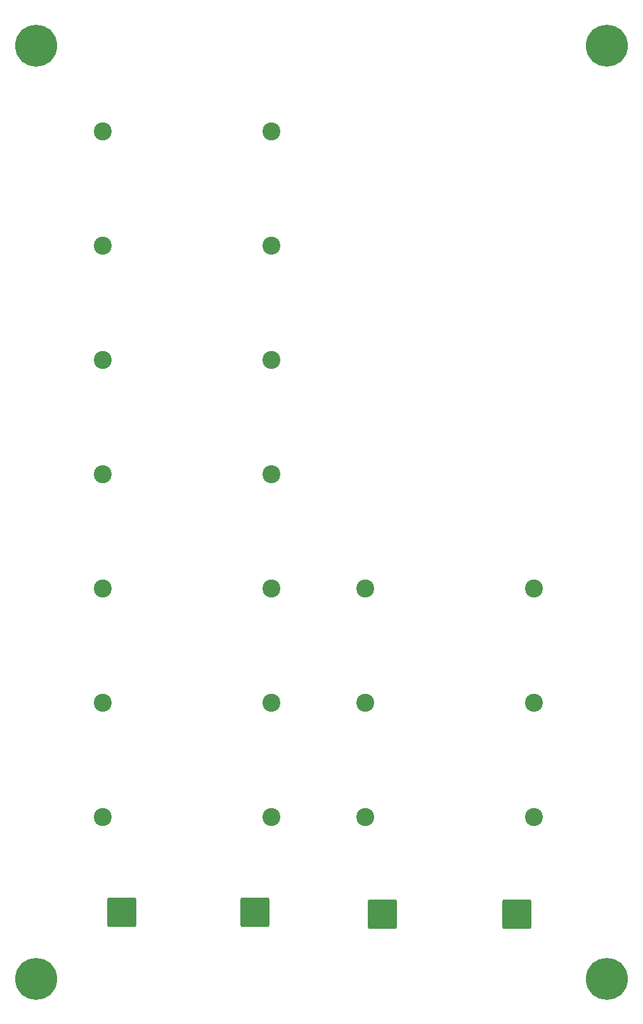
<source format=gbr>
%TF.GenerationSoftware,KiCad,Pcbnew,8.0.6*%
%TF.CreationDate,2025-01-24T11:54:14-08:00*%
%TF.ProjectId,Capacitor_test_board,43617061-6369-4746-9f72-5f746573745f,rev?*%
%TF.SameCoordinates,Original*%
%TF.FileFunction,Soldermask,Top*%
%TF.FilePolarity,Negative*%
%FSLAX46Y46*%
G04 Gerber Fmt 4.6, Leading zero omitted, Abs format (unit mm)*
G04 Created by KiCad (PCBNEW 8.0.6) date 2025-01-24 11:54:14*
%MOMM*%
%LPD*%
G01*
G04 APERTURE LIST*
G04 Aperture macros list*
%AMRoundRect*
0 Rectangle with rounded corners*
0 $1 Rounding radius*
0 $2 $3 $4 $5 $6 $7 $8 $9 X,Y pos of 4 corners*
0 Add a 4 corners polygon primitive as box body*
4,1,4,$2,$3,$4,$5,$6,$7,$8,$9,$2,$3,0*
0 Add four circle primitives for the rounded corners*
1,1,$1+$1,$2,$3*
1,1,$1+$1,$4,$5*
1,1,$1+$1,$6,$7*
1,1,$1+$1,$8,$9*
0 Add four rect primitives between the rounded corners*
20,1,$1+$1,$2,$3,$4,$5,0*
20,1,$1+$1,$4,$5,$6,$7,0*
20,1,$1+$1,$6,$7,$8,$9,0*
20,1,$1+$1,$8,$9,$2,$3,0*%
G04 Aperture macros list end*
%ADD10C,3.600000*%
%ADD11C,5.600000*%
%ADD12RoundRect,0.250002X-1.699998X-1.699998X1.699998X-1.699998X1.699998X1.699998X-1.699998X1.699998X0*%
%ADD13C,2.400000*%
G04 APERTURE END LIST*
D10*
%TO.C,H4*%
X127000000Y-151130000D03*
D11*
X127000000Y-151130000D03*
%TD*%
%TO.C,H3*%
X50800000Y-151130000D03*
D10*
X50800000Y-151130000D03*
%TD*%
D11*
%TO.C,H2*%
X127000000Y-26670000D03*
D10*
X127000000Y-26670000D03*
%TD*%
%TO.C,H1*%
X50800000Y-26670000D03*
D11*
X50800000Y-26670000D03*
%TD*%
D12*
%TO.C,J4*%
X115000000Y-142500000D03*
%TD*%
%TO.C,J3*%
X97000000Y-142500000D03*
%TD*%
%TO.C,J2*%
X80010000Y-142240000D03*
%TD*%
%TO.C,J1*%
X62230000Y-142240000D03*
%TD*%
D13*
%TO.C,C10*%
X117250000Y-129540000D03*
X94750000Y-129540000D03*
%TD*%
%TO.C,C9*%
X117250000Y-114300000D03*
X94750000Y-114300000D03*
%TD*%
%TO.C,C8*%
X117250000Y-99060000D03*
X94750000Y-99060000D03*
%TD*%
%TO.C,C7*%
X59690000Y-129540000D03*
X82190000Y-129540000D03*
%TD*%
%TO.C,C6*%
X59690000Y-114300000D03*
X82190000Y-114300000D03*
%TD*%
%TO.C,C5*%
X59690000Y-99060000D03*
X82190000Y-99060000D03*
%TD*%
%TO.C,C4*%
X59690000Y-83820000D03*
X82190000Y-83820000D03*
%TD*%
%TO.C,C3*%
X82190000Y-68580000D03*
X59690000Y-68580000D03*
%TD*%
%TO.C,C2*%
X82190000Y-53340000D03*
X59690000Y-53340000D03*
%TD*%
%TO.C,C1*%
X82190000Y-38100000D03*
X59690000Y-38100000D03*
%TD*%
M02*

</source>
